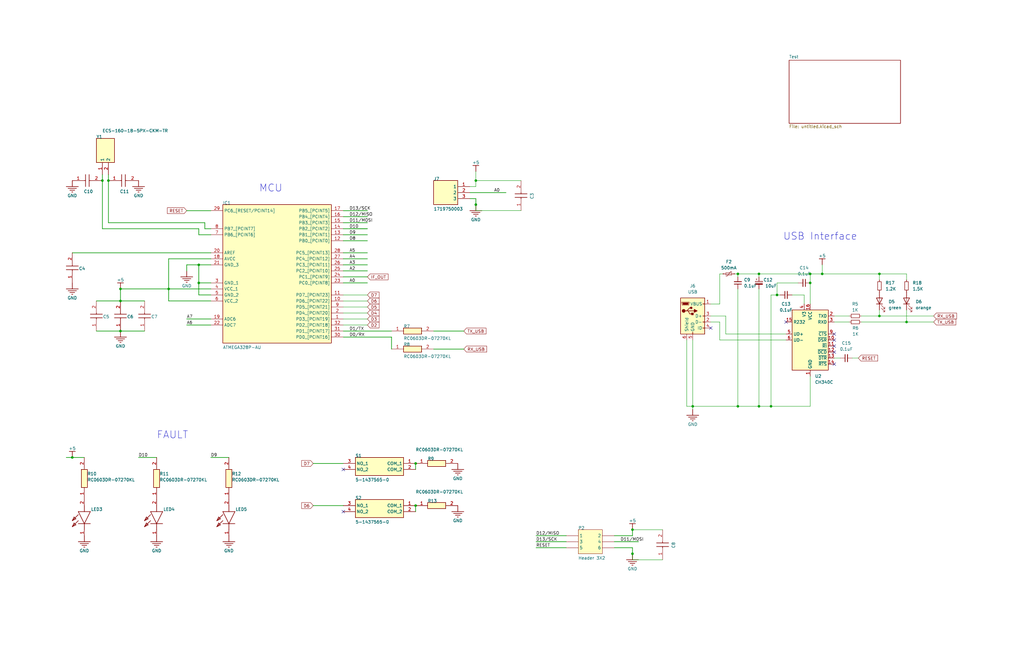
<source format=kicad_sch>
(kicad_sch (version 20211123) (generator eeschema)
  (paper "B")
  (lib_symbols
    (symbol "Connector:USB_B_Micro" (pin_names (offset 1.016))
      (property "Reference" "J" (at -5.08 11.43 0))
      (property "Value" "USB_B_Micro" (at -5.08 8.89 0))
      (symbol "USB_B_Micro_1_1"
        (pin power_out line (at 7.62 5.08 180) (length 2.54) (name "VBUS") (number "1"))
        (pin bidirectional line (at 7.62 -2.54 180) (length 2.54) (name "D-") (number "2"))
        (pin bidirectional line (at 7.62 0 180) (length 2.54) (name "D+") (number "3"))
        (pin passive line (at 7.62 -5.08 180) (length 2.54) (name "ID") (number "4"))
        (pin power_out line (at 0 -10.16 90) (length 2.54) (name "GND") (number "5"))
        (pin passive line (at -2.54 -10.16 90) (length 2.54) (name "Shield") (number "6"))
      )
    )
    (symbol "Device:C_Polarized_Small" (pin_numbers hide) (pin_names (offset 0.254) hide)
      (property "Reference" "C" (at 0.254 1.778 0))
      (property "Value" "C_Polarized_Small" (at 0.254 -2.032 0))
      (symbol "C_Polarized_Small_1_1"
        (pin passive line (at 0 2.54 270) (length 1.8542) (name "~") (number "1"))
        (pin passive line (at 0 -2.54 90) (length 1.8542) (name "~") (number "2"))
      )
    )
    (symbol "Device:C_Small" (pin_numbers hide) (pin_names (offset 0.254) hide)
      (property "Reference" "C" (at 0.254 1.778 0))
      (property "Value" "C_Small" (at 0.254 -2.032 0))
      (symbol "C_Small_1_1"
        (pin passive line (at 0 2.54 270) (length 2.032) (name "~") (number "1"))
        (pin passive line (at 0 -2.54 90) (length 2.032) (name "~") (number "2"))
      )
    )
    (symbol "Device:LED" (pin_numbers hide) (pin_names (offset 1.016) hide)
      (property "Reference" "D" (at 0 2.54 0))
      (property "Value" "LED" (at 0 -2.54 0))
      (symbol "LED_1_1"
        (pin passive line (at -3.81 0 0) (length 2.54) (name "K") (number "1"))
        (pin passive line (at 3.81 0 180) (length 2.54) (name "A") (number "2"))
      )
    )
    (symbol "Device:Polyfuse_Small" (pin_numbers hide) (pin_names (offset 0))
      (property "Reference" "F" (at -1.905 0 90))
      (property "Value" "Polyfuse_Small" (at 1.905 0 90))
      (symbol "Polyfuse_Small_1_1"
        (pin passive line (at 0 2.54 270) (length 0.635) (name "~") (number "1"))
        (pin passive line (at 0 -2.54 90) (length 0.635) (name "~") (number "2"))
      )
    )
    (symbol "Device:R_Small" (pin_numbers hide) (pin_names (offset 0.254) hide)
      (property "Reference" "R" (at 0.762 0.508 0))
      (property "Value" "R_Small" (at 0.762 -1.016 0))
      (symbol "R_Small_1_1"
        (pin passive line (at 0 2.54 270) (length 0.762) (name "~") (number "1"))
        (pin passive line (at 0 -2.54 90) (length 0.762) (name "~") (number "2"))
      )
    )
    (symbol "Interface_USB:CH340C"
      (property "Reference" "U" (at -5.08 13.97 0))
      (property "Value" "CH340C" (at 1.27 13.97 0))
      (symbol "CH340C_1_1"
        (pin power_in line (at 0 -15.24 90) (length 2.54) (name "GND") (number "1"))
        (pin input line (at 10.16 0 180) (length 2.54) (name "~{DSR}") (number "10"))
        (pin input line (at 10.16 -2.54 180) (length 2.54) (name "~{RI}") (number "11"))
        (pin input line (at 10.16 -5.08 180) (length 2.54) (name "~{DCD}") (number "12"))
        (pin output line (at 10.16 -7.62 180) (length 2.54) (name "~{DTR}") (number "13"))
        (pin output line (at 10.16 -10.16 180) (length 2.54) (name "~{RTS}") (number "14"))
        (pin input line (at -10.16 7.62 0) (length 2.54) (name "R232") (number "15"))
        (pin power_in line (at 0 15.24 270) (length 2.54) (name "VCC") (number "16"))
        (pin output line (at 10.16 10.16 180) (length 2.54) (name "TXD") (number "2"))
        (pin input line (at 10.16 7.62 180) (length 2.54) (name "RXD") (number "3"))
        (pin passive line (at -2.54 15.24 270) (length 2.54) (name "V3") (number "4"))
        (pin bidirectional line (at -10.16 2.54 0) (length 2.54) (name "UD+") (number "5"))
        (pin bidirectional line (at -10.16 0 0) (length 2.54) (name "UD-") (number "6"))
        (pin no_connect line (at -7.62 -7.62 0) (length 2.54) hide (name "NC") (number "7"))
        (pin no_connect line (at -7.62 -10.16 0) (length 2.54) hide (name "NC") (number "8"))
        (pin input line (at 10.16 2.54 180) (length 2.54) (name "~{CTS}") (number "9"))
      )
    )
    (symbol "SafetyPCB-altium-import:+5" (power)
      (property "Reference" "#PWR" (at 0 0 0))
      (property "Value" "+5" (at 0 3.81 0))
      (symbol "+5_0_0"
        (pin power_in line (at 0 0 0) (length 0) hide (name "+5") (number ""))
      )
    )
    (symbol "SafetyPCB-altium-import:0_06035A200KAT2A"
      (property "Value" "0_06035A200KAT2A" (at 0 0 0))
      (symbol "0_06035A200KAT2A_1_0"
        (pin passive line (at 0 0 0) (length 5.08) (name "1") (number "1"))
        (pin passive line (at 12.7 0 180) (length 5.08) (name "2") (number "2"))
      )
    )
    (symbol "SafetyPCB-altium-import:0_5-1437565-0"
      (property "Value" "0_5-1437565-0" (at 0 0 0))
      (symbol "0_5-1437565-0_1_0"
        (pin passive line (at 30.48 0 180) (length 5.08) (name "COM_1") (number "1"))
        (pin passive line (at 30.48 -2.54 180) (length 5.08) (name "COM_2") (number "2"))
        (pin passive line (at 0 0 0) (length 5.08) (name "NO_1") (number "3"))
        (pin passive line (at 0 -2.54 0) (length 5.08) (name "NO_2") (number "4"))
      )
    )
    (symbol "SafetyPCB-altium-import:0_ATMEGA328P-AU"
      (property "Value" "0_ATMEGA328P-AU" (at 0 0 0))
      (symbol "0_ATMEGA328P-AU_1_0"
        (pin bidirectional line (at 58.42 -20.32 180) (length 5.08) (name "PD3_[PCINT19]") (number "1"))
        (pin bidirectional line (at 58.42 -12.7 180) (length 5.08) (name "PD6_[PCINT22]") (number "10"))
        (pin bidirectional line (at 58.42 -10.16 180) (length 5.08) (name "PD7_[PCINT23]") (number "11"))
        (pin bidirectional line (at 58.42 12.7 180) (length 5.08) (name "PB0_[PCINT0]") (number "12"))
        (pin bidirectional line (at 58.42 15.24 180) (length 5.08) (name "PB1_[PCINT1]") (number "13"))
        (pin bidirectional line (at 58.42 17.78 180) (length 5.08) (name "PB2_[PCINT2]") (number "14"))
        (pin bidirectional line (at 58.42 20.32 180) (length 5.08) (name "PB3_[PCINT3]") (number "15"))
        (pin bidirectional line (at 58.42 22.86 180) (length 5.08) (name "PB4_[PCINT4]") (number "16"))
        (pin bidirectional line (at 58.42 25.4 180) (length 5.08) (name "PB5_[PCINT5]") (number "17"))
        (pin power_in line (at 2.54 5.08 0) (length 5.08) (name "AVCC") (number "18"))
        (pin bidirectional line (at 2.54 -20.32 0) (length 5.08) (name "ADC6") (number "19"))
        (pin bidirectional line (at 58.42 -17.78 180) (length 5.08) (name "PD4_[PCINT20]") (number "2"))
        (pin bidirectional line (at 2.54 7.62 0) (length 5.08) (name "AREF") (number "20"))
        (pin power_in line (at 2.54 2.54 0) (length 5.08) (name "GND_3") (number "21"))
        (pin bidirectional line (at 2.54 -22.86 0) (length 5.08) (name "ADC7") (number "22"))
        (pin bidirectional line (at 58.42 -5.08 180) (length 5.08) (name "PC0_[PCINT8]") (number "23"))
        (pin bidirectional line (at 58.42 -2.54 180) (length 5.08) (name "PC1_[PCINT9]") (number "24"))
        (pin bidirectional line (at 58.42 0 180) (length 5.08) (name "PC2_[PCINT10]") (number "25"))
        (pin bidirectional line (at 58.42 2.54 180) (length 5.08) (name "PC3_[PCINT11]") (number "26"))
        (pin bidirectional line (at 58.42 5.08 180) (length 5.08) (name "PC4_[PCINT12]") (number "27"))
        (pin bidirectional line (at 58.42 7.62 180) (length 5.08) (name "PC5_[PCINT13]") (number "28"))
        (pin bidirectional line (at 2.54 25.4 0) (length 5.08) (name "PC6_[RESET/PCINT14]") (number "29"))
        (pin power_in line (at 2.54 -5.08 0) (length 5.08) (name "GND_1") (number "3"))
        (pin bidirectional line (at 58.42 -27.94 180) (length 5.08) (name "PD0_[PCINT16]") (number "30"))
        (pin bidirectional line (at 58.42 -25.4 180) (length 5.08) (name "PD1_[PCINT17]") (number "31"))
        (pin bidirectional line (at 58.42 -22.86 180) (length 5.08) (name "PD2_[PCINT18]") (number "32"))
        (pin power_in line (at 2.54 -7.62 0) (length 5.08) (name "VCC_1") (number "4"))
        (pin power_in line (at 2.54 -10.16 0) (length 5.08) (name "GND_2") (number "5"))
        (pin power_in line (at 2.54 -12.7 0) (length 5.08) (name "VCC_2") (number "6"))
        (pin bidirectional line (at 2.54 15.24 0) (length 5.08) (name "PB6_[PCINT6]") (number "7"))
        (pin bidirectional line (at 2.54 17.78 0) (length 5.08) (name "PB7_[PCINT7]") (number "8"))
        (pin bidirectional line (at 58.42 -15.24 180) (length 5.08) (name "PD5_[PCINT21]") (number "9"))
      )
    )
    (symbol "SafetyPCB-altium-import:0_Header 3X2"
      (property "Value" "0_Header 3X2" (at 0 0 0))
      (symbol "0_Header 3X2_1_0"
        (pin passive line (at -5.08 -2.54 0) (length 5.08) (name "1") (number "1"))
        (pin passive line (at 15.24 -2.54 180) (length 5.08) (name "2") (number "2"))
        (pin passive line (at -5.08 -5.08 0) (length 5.08) (name "3") (number "3"))
        (pin passive line (at 15.24 -5.08 180) (length 5.08) (name "4") (number "4"))
        (pin passive line (at -5.08 -7.62 0) (length 5.08) (name "5") (number "5"))
        (pin passive line (at 15.24 -7.62 180) (length 5.08) (name "6") (number "6"))
      )
    )
    (symbol "SafetyPCB-altium-import:0_RC0603DR-07270KL"
      (property "Value" "0_RC0603DR-07270KL" (at 0 0 0))
      (symbol "0_RC0603DR-07270KL_1_0"
        (pin passive line (at 0 0 0) (length 5.08) (name "1") (number "1"))
        (pin passive line (at 17.78 0 180) (length 5.08) (name "2") (number "2"))
      )
    )
    (symbol "SafetyPCB-altium-import:1_C0603C104K3RACTU"
      (property "Value" "1_C0603C104K3RACTU" (at 0 0 0))
      (symbol "1_C0603C104K3RACTU_1_0"
        (pin passive line (at 0 0 90) (length 5.08) (name "1") (number "1"))
        (pin passive line (at 0 12.7 270) (length 5.08) (name "2") (number "2"))
      )
    )
    (symbol "SafetyPCB-altium-import:1_ECS-160-18-5PX-CKM-TR"
      (property "Value" "1_ECS-160-18-5PX-CKM-TR" (at 0 0 0))
      (symbol "1_ECS-160-18-5PX-CKM-TR_1_0"
        (pin passive line (at 0 0 90) (length 5.08) (name "1") (number "1"))
        (pin passive line (at 2.54 0 90) (length 5.08) (name "2") (number "2"))
      )
    )
    (symbol "SafetyPCB-altium-import:1_LTST-C191TBKT-5A"
      (property "Value" "1_LTST-C191TBKT-5A" (at 0 0 0))
      (symbol "1_LTST-C191TBKT-5A_1_0"
        (pin passive line (at 0 0 90) (length 2.54) (name "K") (number "1"))
        (pin passive line (at 0 15.24 270) (length 2.54) (name "A") (number "2"))
      )
    )
    (symbol "SafetyPCB-altium-import:1_RC0603DR-07270KL"
      (property "Value" "1_RC0603DR-07270KL" (at 0 0 0))
      (symbol "1_RC0603DR-07270KL_1_0"
        (pin passive line (at 0 0 90) (length 5.08) (name "1") (number "1"))
        (pin passive line (at 0 17.78 270) (length 5.08) (name "2") (number "2"))
      )
    )
    (symbol "SafetyPCB-altium-import:2_1719750003"
      (property "Value" "2_1719750003" (at 0 0 0))
      (symbol "2_1719750003_1_0"
        (pin passive line (at 0 5.08 180) (length 5.08) (name "1") (number "1"))
        (pin passive line (at 0 2.54 180) (length 5.08) (name "2") (number "2"))
        (pin passive line (at 0 0 180) (length 5.08) (name "3") (number "3"))
      )
    )
    (symbol "SafetyPCB-altium-import:GND" (power)
      (property "Reference" "#PWR" (at 0 0 0))
      (property "Value" "GND" (at 0 6.35 0))
      (symbol "GND_0_0"
        (pin power_in line (at 0 0 0) (length 0) hide (name "GND") (number ""))
      )
    )
  )
  (junction (at 50.8 139.7))
  (junction (at 71.12 121.92))
  (junction (at 327.66 124.46))
  (junction (at 341.63 115.57))
  (junction (at 320.04 171.45))
  (junction (at 266.7 233.68))
  (junction (at 83.82 119.38))
  (junction (at 200.66 76.2))
  (junction (at 311.15 115.57))
  (junction (at 50.8 127))
  (junction (at 346.71 115.57))
  (junction (at 50.8 121.92))
  (junction (at 370.84 133.35))
  (junction (at 43.18 76.2))
  (junction (at 266.7 223.52))
  (junction (at 175.26 195.58))
  (junction (at 45.72 76.2))
  (junction (at 30.48 193.04))
  (junction (at 325.12 171.45))
  (junction (at 83.82 111.76))
  (junction (at 292.1 171.45))
  (junction (at 175.26 213.36))
  (junction (at 200.66 86.36))
  (junction (at 320.04 115.57))
  (junction (at 341.63 119.38))
  (junction (at 370.84 115.57))
  (junction (at 311.15 171.45))
  (junction (at 382.27 135.89))
  (no_connect (at 351.79 143.51))
  (no_connect (at 351.79 146.05))
  (no_connect (at 351.79 153.67))
  (no_connect (at 351.79 140.97))
  (no_connect (at 144.78 198.12))
  (no_connect (at 144.78 215.9))
  (no_connect (at 299.72 138.43))
  (no_connect (at 351.79 148.59))
  (no_connect (at 331.47 135.89))
  (wire (pts (xy 382.27 135.89) (xy 363.22 135.89)))
  (wire (pts (xy 279.4 236.22) (xy 266.7 236.22)))
  (wire (pts (xy 320.04 171.45) (xy 325.12 171.45)))
  (wire (pts (xy 78.74 111.76) (xy 78.74 114.3)) (stroke (width 0.254)))
  (wire (pts (xy 144.78 134.62) (xy 154.94 134.62)))
  (wire (pts (xy 43.18 76.2) (xy 43.18 73.66)) (stroke (width 0.254)))
  (wire (pts (xy 200.66 72.39) (xy 200.66 76.2)))
  (wire (pts (xy 370.84 115.57) (xy 370.84 118.11)))
  (wire (pts (xy 83.82 96.52) (xy 83.82 99.06)) (stroke (width 0.254)))
  (wire (pts (xy 50.8 139.7) (xy 60.96 139.7)) (stroke (width 0.254)))
  (wire (pts (xy 182.88 147.32) (xy 195.58 147.32)) (stroke (width 0.254)))
  (wire (pts (xy 259.08 231.14) (xy 266.7 231.14)) (stroke (width 0.254)))
  (wire (pts (xy 30.48 193.04) (xy 27.94 193.04)) (stroke (width 0.254)))
  (wire (pts (xy 88.9 109.22) (xy 71.12 109.22)) (stroke (width 0.254)))
  (wire (pts (xy 144.78 124.46) (xy 154.94 124.46)))
  (wire (pts (xy 303.53 143.51) (xy 303.53 135.89)))
  (wire (pts (xy 311.15 115.57) (xy 311.15 116.84)))
  (wire (pts (xy 144.78 213.36) (xy 132.08 213.36)) (stroke (width 0.254)))
  (wire (pts (xy 306.07 133.35) (xy 299.72 133.35)))
  (wire (pts (xy 144.78 91.44) (xy 154.94 91.44)) (stroke (width 0.254)))
  (wire (pts (xy 320.04 121.92) (xy 320.04 171.45)))
  (wire (pts (xy 50.8 127) (xy 60.96 127)) (stroke (width 0.254)))
  (wire (pts (xy 266.7 231.14) (xy 266.7 233.68)) (stroke (width 0.254)))
  (wire (pts (xy 88.9 88.9) (xy 78.74 88.9)) (stroke (width 0.254)))
  (wire (pts (xy 200.66 76.2) (xy 200.66 78.74)))
  (wire (pts (xy 259.08 228.6) (xy 269.24 228.6)) (stroke (width 0.254)))
  (wire (pts (xy 144.78 116.84) (xy 154.94 116.84)) (stroke (width 0.254)))
  (wire (pts (xy 50.8 121.92) (xy 50.8 127)) (stroke (width 0.254)))
  (wire (pts (xy 370.84 133.35) (xy 393.7 133.35)))
  (wire (pts (xy 45.72 76.2) (xy 45.72 93.98)) (stroke (width 0.254)))
  (wire (pts (xy 306.07 140.97) (xy 306.07 133.35)))
  (wire (pts (xy 88.9 127) (xy 71.12 127)) (stroke (width 0.254)))
  (wire (pts (xy 341.63 158.75) (xy 341.63 171.45)))
  (wire (pts (xy 370.84 130.81) (xy 370.84 133.35)))
  (wire (pts (xy 303.53 115.57) (xy 303.53 128.27)))
  (wire (pts (xy 83.82 99.06) (xy 88.9 99.06)) (stroke (width 0.254)))
  (wire (pts (xy 331.47 143.51) (xy 303.53 143.51)))
  (wire (pts (xy 144.78 99.06) (xy 154.94 99.06)) (stroke (width 0.254)))
  (wire (pts (xy 96.52 193.04) (xy 88.9 193.04)) (stroke (width 0.254)))
  (wire (pts (xy 198.12 83.82) (xy 200.66 83.82)) (stroke (width 0.254)))
  (wire (pts (xy 71.12 109.22) (xy 71.12 121.92)) (stroke (width 0.254)))
  (wire (pts (xy 238.76 226.06) (xy 226.06 226.06)) (stroke (width 0.254)))
  (wire (pts (xy 88.9 134.62) (xy 78.74 134.62)) (stroke (width 0.254)))
  (wire (pts (xy 144.78 114.3) (xy 154.94 114.3)) (stroke (width 0.254)))
  (wire (pts (xy 336.55 119.38) (xy 327.66 119.38)))
  (wire (pts (xy 40.64 127) (xy 50.8 127)) (stroke (width 0.254)))
  (wire (pts (xy 320.04 115.57) (xy 341.63 115.57)))
  (wire (pts (xy 359.41 151.13) (xy 361.95 151.13)))
  (wire (pts (xy 88.9 124.46) (xy 83.82 124.46)) (stroke (width 0.254)))
  (wire (pts (xy 339.09 124.46) (xy 339.09 128.27)))
  (wire (pts (xy 259.08 226.06) (xy 266.7 226.06)) (stroke (width 0.254)))
  (wire (pts (xy 86.36 93.98) (xy 86.36 96.52)) (stroke (width 0.254)))
  (wire (pts (xy 303.53 115.57) (xy 304.8 115.57)))
  (wire (pts (xy 292.1 171.45) (xy 311.15 171.45)))
  (wire (pts (xy 147.32 96.52) (xy 154.94 96.52)))
  (wire (pts (xy 88.9 106.68) (xy 30.48 106.68)) (stroke (width 0.254)))
  (wire (pts (xy 71.12 127) (xy 71.12 121.92)) (stroke (width 0.254)))
  (wire (pts (xy 144.78 93.98) (xy 154.94 93.98)) (stroke (width 0.254)))
  (wire (pts (xy 144.78 139.7) (xy 165.1 139.7)) (stroke (width 0.254)))
  (wire (pts (xy 341.63 115.57) (xy 346.71 115.57)))
  (wire (pts (xy 198.12 81.28) (xy 213.36 81.28)) (stroke (width 0.254)))
  (wire (pts (xy 327.66 119.38) (xy 327.66 124.46)))
  (wire (pts (xy 219.71 88.9) (xy 200.66 88.9)))
  (wire (pts (xy 83.82 119.38) (xy 88.9 119.38)) (stroke (width 0.254)))
  (wire (pts (xy 351.79 133.35) (xy 358.14 133.35)))
  (wire (pts (xy 289.56 143.51) (xy 289.56 171.45)))
  (wire (pts (xy 144.78 137.16) (xy 154.94 137.16)))
  (wire (pts (xy 303.53 135.89) (xy 299.72 135.89)))
  (wire (pts (xy 299.72 128.27) (xy 303.53 128.27)))
  (wire (pts (xy 325.12 124.46) (xy 325.12 171.45)))
  (wire (pts (xy 144.78 127) (xy 154.94 127)))
  (wire (pts (xy 363.22 133.35) (xy 370.84 133.35)))
  (wire (pts (xy 144.78 111.76) (xy 154.94 111.76)) (stroke (width 0.254)))
  (wire (pts (xy 331.47 140.97) (xy 306.07 140.97)))
  (wire (pts (xy 43.18 76.2) (xy 43.18 96.52)) (stroke (width 0.254)))
  (wire (pts (xy 144.78 101.6) (xy 154.94 101.6)) (stroke (width 0.254)))
  (wire (pts (xy 35.56 193.04) (xy 30.48 193.04)) (stroke (width 0.254)))
  (wire (pts (xy 88.9 121.92) (xy 71.12 121.92)) (stroke (width 0.254)))
  (wire (pts (xy 45.72 93.98) (xy 86.36 93.98)) (stroke (width 0.254)))
  (wire (pts (xy 144.78 129.54) (xy 154.94 129.54)))
  (wire (pts (xy 43.18 96.52) (xy 83.82 96.52)) (stroke (width 0.254)))
  (wire (pts (xy 83.82 124.46) (xy 83.82 119.38)) (stroke (width 0.254)))
  (wire (pts (xy 266.7 236.22) (xy 266.7 233.68)))
  (wire (pts (xy 175.26 198.12) (xy 175.26 195.58)) (stroke (width 0.254)))
  (wire (pts (xy 45.72 76.2) (xy 45.72 73.66)) (stroke (width 0.254)))
  (wire (pts (xy 327.66 124.46) (xy 325.12 124.46)))
  (wire (pts (xy 311.15 115.57) (xy 320.04 115.57)))
  (wire (pts (xy 40.64 139.7) (xy 50.8 139.7)) (stroke (width 0.254)))
  (wire (pts (xy 200.66 88.9) (xy 200.66 86.36)))
  (wire (pts (xy 346.71 115.57) (xy 370.84 115.57)))
  (wire (pts (xy 370.84 115.57) (xy 382.27 115.57)))
  (wire (pts (xy 382.27 135.89) (xy 393.7 135.89)))
  (wire (pts (xy 71.12 121.92) (xy 50.8 121.92)) (stroke (width 0.254)))
  (wire (pts (xy 144.78 96.52) (xy 154.94 96.52)) (stroke (width 0.254)))
  (wire (pts (xy 66.04 193.04) (xy 58.42 193.04)) (stroke (width 0.254)))
  (wire (pts (xy 346.71 111.76) (xy 346.71 115.57)))
  (wire (pts (xy 83.82 111.76) (xy 78.74 111.76)) (stroke (width 0.254)))
  (wire (pts (xy 292.1 171.45) (xy 292.1 172.72)))
  (wire (pts (xy 320.04 115.57) (xy 320.04 116.84)))
  (wire (pts (xy 144.78 106.68) (xy 154.94 106.68)) (stroke (width 0.254)))
  (wire (pts (xy 154.94 88.9) (xy 144.78 88.9)) (stroke (width 0.254)))
  (wire (pts (xy 83.82 111.76) (xy 83.82 119.38)) (stroke (width 0.254)))
  (wire (pts (xy 198.12 78.74) (xy 200.66 78.74)))
  (wire (pts (xy 328.93 124.46) (xy 327.66 124.46)))
  (wire (pts (xy 175.26 215.9) (xy 175.26 213.36)) (stroke (width 0.254)))
  (wire (pts (xy 311.15 121.92) (xy 311.15 171.45)))
  (wire (pts (xy 144.78 132.08) (xy 154.94 132.08)))
  (wire (pts (xy 144.78 109.22) (xy 154.94 109.22)) (stroke (width 0.254)))
  (wire (pts (xy 88.9 137.16) (xy 78.74 137.16)) (stroke (width 0.254)))
  (wire (pts (xy 351.79 135.89) (xy 358.14 135.89)))
  (wire (pts (xy 351.79 151.13) (xy 354.33 151.13)))
  (wire (pts (xy 86.36 96.52) (xy 88.9 96.52)) (stroke (width 0.254)))
  (wire (pts (xy 325.12 171.45) (xy 341.63 171.45)))
  (wire (pts (xy 88.9 111.76) (xy 83.82 111.76)) (stroke (width 0.254)))
  (wire (pts (xy 266.7 223.52) (xy 266.7 226.06)) (stroke (width 0.254)))
  (wire (pts (xy 238.76 231.14) (xy 226.06 231.14)) (stroke (width 0.254)))
  (wire (pts (xy 144.78 195.58) (xy 132.08 195.58)) (stroke (width 0.254)))
  (wire (pts (xy 341.63 119.38) (xy 341.63 128.27)))
  (wire (pts (xy 165.1 142.24) (xy 165.1 147.32)) (stroke (width 0.254)))
  (wire (pts (xy 238.76 228.6) (xy 226.06 228.6)) (stroke (width 0.254)))
  (wire (pts (xy 309.88 115.57) (xy 311.15 115.57)))
  (wire (pts (xy 289.56 171.45) (xy 292.1 171.45)))
  (wire (pts (xy 266.7 223.52) (xy 279.4 223.52)))
  (wire (pts (xy 341.63 115.57) (xy 341.63 119.38)))
  (wire (pts (xy 144.78 142.24) (xy 165.1 142.24)) (stroke (width 0.254)))
  (wire (pts (xy 219.71 76.2) (xy 200.66 76.2)))
  (wire (pts (xy 144.78 119.38) (xy 154.94 119.38)) (stroke (width 0.254)))
  (wire (pts (xy 382.27 115.57) (xy 382.27 118.11)))
  (wire (pts (xy 382.27 130.81) (xy 382.27 135.89)))
  (wire (pts (xy 200.66 83.82) (xy 200.66 86.36)) (stroke (width 0.254)))
  (wire (pts (xy 311.15 171.45) (xy 320.04 171.45)))
  (wire (pts (xy 334.01 124.46) (xy 339.09 124.46)))
  (wire (pts (xy 292.1 143.51) (xy 292.1 171.45)))
  (wire (pts (xy 182.88 139.7) (xy 195.58 139.7)) (stroke (width 0.254)))
  (text "USB Interface" (at 330.2 101.6 0) (effects (font (size 3 3)) (justify left bottom)))
  (text "FAULT" (at 66.04 185.42 180) (effects (font (size 3.048 3.048)) (justify left bottom)))
  (text "MCU" (at 109.22 81.28 180) (effects (font (size 3.048 3.048)) (justify left bottom)))
  (label "A7" (at 78.74 134.62 0))
  (label "D10" (at 147.32 96.52 0))
  (label "RESET" (at 226.06 231.14 0))
  (label "D12/MISO" (at 147.32 91.44 0))
  (label "A0" (at 147.32 119.38 0))
  (label "D8" (at 147.32 101.6 0))
  (label "D12/MISO" (at 226.06 226.06 0))
  (label "A0" (at 208.28 81.28 0))
  (label "D9" (at 88.9 193.04 0))
  (label "D1/TX" (at 147.32 139.7 0))
  (label "D9" (at 147.32 99.06 0))
  (label "A5" (at 147.32 106.68 0))
  (label "D0/RX" (at 147.32 142.24 0))
  (label "A4" (at 147.32 109.22 0))
  (label "A2" (at 147.32 114.3 0))
  (label "D13/SCK" (at 226.06 228.6 0))
  (label "D11/MOSI" (at 261.62 228.6 0))
  (label "A3" (at 147.32 111.76 0))
  (label "D13/SCK" (at 147.32 88.9 0))
  (label "A6" (at 78.74 137.16 0))
  (label "D10" (at 58.42 193.04 0))
  (label "D11/MOSI" (at 147.32 93.98 0))
  (global_label "D6" (shape input) (at 132.08 213.36 180) (property "Intersheet References" "${INTERSHEET_REFS}" (effects hide)))
  (global_label "D3" (shape input) (at 154.94 134.62 0) (property "Intersheet References" "${INTERSHEET_REFS}" (effects hide)))
  (global_label "IF_OUT" (shape input) (at 154.94 116.84 0) (property "Intersheet References" "${INTERSHEET_REFS}" (effects hide)))
  (global_label "TX_USB" (shape input) (at 195.58 139.7 0) (property "Intersheet References" "${INTERSHEET_REFS}" (effects hide)))
  (global_label "TX_USB" (shape input) (at 393.7 135.89 0) (property "Intersheet References" "${INTERSHEET_REFS}" (effects hide)))
  (global_label "RX_USB" (shape input) (at 393.7 133.35 0) (property "Intersheet References" "${INTERSHEET_REFS}" (effects hide)))
  (global_label "RX_USB" (shape input) (at 195.58 147.32 0) (property "Intersheet References" "${INTERSHEET_REFS}" (effects hide)))
  (global_label "RESET" (shape input) (at 78.74 88.9 180) (property "Intersheet References" "${INTERSHEET_REFS}" (effects hide)))
  (global_label "D7" (shape input) (at 132.08 195.58 180) (property "Intersheet References" "${INTERSHEET_REFS}" (effects hide)))
  (global_label "D6" (shape input) (at 154.94 127 0) (property "Intersheet References" "${INTERSHEET_REFS}" (effects hide)))
  (global_label "D7" (shape input) (at 154.94 124.46 0) (property "Intersheet References" "${INTERSHEET_REFS}" (effects hide)))
  (global_label "RESET" (shape input) (at 361.95 151.13 0) (property "Intersheet References" "${INTERSHEET_REFS}" (effects hide)))
  (global_label "D4" (shape input) (at 154.94 132.08 0) (property "Intersheet References" "${INTERSHEET_REFS}" (effects hide)))
  (global_label "D2" (shape input) (at 154.94 137.16 0) (property "Intersheet References" "${INTERSHEET_REFS}" (effects hide)))
  (global_label "D5" (shape input) (at 154.94 129.54 0) (property "Intersheet References" "${INTERSHEET_REFS}" (effects hide)))
  (symbol (lib_id "SafetyPCB-altium-import:1_LTST-C191TBKT-5A") (at 96.52 226.06 0) (unit 1)
    (property "Reference" "LED5" (at 99.314 215.646 0) (effects (justify left bottom)))
    (property "Value" "LTST-C191TBKT-5A" (effects hide))
    (property "Footprint" "LED_SMD:LED_0201_0603Metric" (effects hide))
    (property "DATASHEET LINK" "http://www.mouser.com/ds/2/239/S_110_LTST-C191TBKT-5A-336399.pdf" (effects hide))
    (property "HEIGHT" "0.65mm" (effects hide))
    (property "MANUFACTURER_NAME" "Lite-On" (effects hide))
    (property "digikey part number" "LTST-C191TBKT-5A" (effects hide))
    (property "MOUSER PART NUMBER" "859-LTST-C191TBKT-5A" (effects hide))
    (property "MOUSER PRICE/STOCK" "https://www.mouser.co.uk/ProductDetail/Lite-On/LTST-C191TBKT-5A/?qs=xb8aMrBSZRLgwF8AXHEbeQ%3D%3D" (effects hide))
    (property "ARROW PART NUMBER" "LTST-C191TBKT-5A" (effects hide))
    (property "ARROW PRICE/STOCK" "https://www.arrow.com/en/products/ltst-c191tbkt-5a/lite-on-technology" (effects hide))
  )
  (symbol (lib_id "SafetyPCB-altium-import:0_RC0603DR-07270KL") (at 165.1 147.32 0) (unit 1)
    (property "Reference" "R8" (at 170.18 146.05 0) (effects (justify left bottom)))
    (property "Value" "RC0603DR-07270KL" (at 170.18 151.13 0) (effects (justify left bottom)))
    (property "Footprint" "Resistor_SMD:R_0603_1608Metric" (effects hide))
    (property "DATASHEET LINK" "http://www.yageo.com/documents/recent/PYu-RC0603_51_RoHS_L_v5.pdf" (effects hide))
    (property "HEIGHT" "0.55mm" (effects hide))
    (property "MANUFACTURER_NAME" "YAGEO (PHYCOMP)" (effects hide))
    (property "digikey part number" "RC0603DR-07270KL" (effects hide))
    (property "ARROW PART NUMBER" "RC0603DR-07270KL" (effects hide))
    (property "ARROW PRICE/STOCK" "https://www.arrow.com/en/products/rc0603dr-07270kl/yageo" (effects hide))
  )
  (symbol (lib_id "SafetyPCB-altium-import:1_LTST-C191TBKT-5A") (at 35.56 226.06 0) (unit 1)
    (property "Reference" "LED3" (at 38.354 215.646 0) (effects (justify left bottom)))
    (property "Value" "LTST-C191TBKT-5A" (effects hide))
    (property "Footprint" "LED_SMD:LED_0201_0603Metric" (effects hide))
    (property "DATASHEET LINK" "http://www.mouser.com/ds/2/239/S_110_LTST-C191TBKT-5A-336399.pdf" (effects hide))
    (property "HEIGHT" "0.65mm" (effects hide))
    (property "MANUFACTURER_NAME" "Lite-On" (effects hide))
    (property "digikey part number" "LTST-C191TBKT-5A" (effects hide))
    (property "MOUSER PART NUMBER" "859-LTST-C191TBKT-5A" (effects hide))
    (property "MOUSER PRICE/STOCK" "https://www.mouser.co.uk/ProductDetail/Lite-On/LTST-C191TBKT-5A/?qs=xb8aMrBSZRLgwF8AXHEbeQ%3D%3D" (effects hide))
    (property "ARROW PART NUMBER" "LTST-C191TBKT-5A" (effects hide))
    (property "ARROW PRICE/STOCK" "https://www.arrow.com/en/products/ltst-c191tbkt-5a/lite-on-technology" (effects hide))
  )
  (symbol (lib_id "SafetyPCB-altium-import:1_C0603C104K3RACTU") (at 30.48 119.38 0) (unit 1)
    (property "Reference" "C4" (at 33.274 114.046 0) (effects (justify left bottom)))
    (property "Value" "0.1uF" (effects hide))
    (property "Footprint" "Capacitor_SMD:C_0603_1608Metric" (effects hide))
    (property "DATASHEET LINK" "https://content.kemet.com/datasheets/KEM_C1002_X7R_SMD.pdf" (effects hide))
    (property "HEIGHT" "0.95mm" (effects hide))
    (property "MANUFACTURER_NAME" "Kemet" (effects hide))
    (property "digikey part number" "C0603C104K3RACTU" (effects hide))
    (property "MOUSER PART NUMBER" "80-C0603C104K3R" (effects hide))
    (property "MOUSER PRICE/STOCK" "https://www.mouser.co.uk/ProductDetail/KEMET/C0603C104K3RACTU/?qs=l5k%252BbMnNDklvfdneglCDAg%3D%3D" (effects hide))
    (property "ARROW PART NUMBER" "C0603C104K3RACTU" (effects hide))
    (property "ARROW PRICE/STOCK" "https://www.arrow.com/en/products/c0603c104k3ractu/kemet-corporation" (effects hide))
  )
  (symbol (lib_id "Device:Polyfuse_Small") (at 307.34 115.57 90) (unit 1)
    (property "Reference" "F2" (at 307.34 110.49 90))
    (property "Value" "500mA" (at 307.34 113.03 90))
    (property "Footprint" "Fuse:Fuse_1206_3216Metric" (effects hide))
  )
  (symbol (lib_id "Device:C_Small") (at 331.47 124.46 90) (unit 1)
    (property "Reference" "C13" (at 331.47 128.27 90))
    (property "Value" "0.1uF" (at 331.47 130.81 90))
    (property "Footprint" "Capacitor_SMD:C_0603_1608Metric" (effects hide))
  )
  (symbol (lib_id "SafetyPCB-altium-import:GND") (at 193.04 213.36 0) (unit 1)
    (property "Reference" "#PWR0127" (effects hide))
    (property "Value" "GND" (at 193.04 219.71 0))
  )
  (symbol (lib_id "SafetyPCB-altium-import:0_RC0603DR-07270KL") (at 175.26 213.36 0) (unit 1)
    (property "Reference" "R13" (at 180.34 212.09 0) (effects (justify left bottom)))
    (property "Value" "RC0603DR-07270KL" (at 175.26 208.28 0) (effects (justify left bottom)))
    (property "Footprint" "Resistor_SMD:R_0603_1608Metric" (effects hide))
    (property "DATASHEET LINK" "http://www.yageo.com/documents/recent/PYu-RC0603_51_RoHS_L_v5.pdf" (effects hide))
    (property "HEIGHT" "0.55mm" (effects hide))
    (property "MANUFACTURER_NAME" "YAGEO (PHYCOMP)" (effects hide))
    (property "digikey part number" "RC0603DR-07270KL" (effects hide))
    (property "ARROW PART NUMBER" "RC0603DR-07270KL" (effects hide))
    (property "ARROW PRICE/STOCK" "https://www.arrow.com/en/products/rc0603dr-07270kl/yageo" (effects hide))
  )
  (symbol (lib_id "SafetyPCB-altium-import:0_Header 3X2") (at 243.84 223.52 0) (unit 1)
    (property "Reference" "P2" (at 243.84 223.52 0) (effects (justify left bottom)))
    (property "Value" "Header 3X2" (at 243.84 236.22 0) (effects (justify left bottom)))
    (property "Footprint" "Connector_PinHeader_2.54mm:PinHeader_2x03_P2.54mm_Vertical" (effects hide))
    (property "LATESTREVISIONDATE" "17-Jul-2002" (effects hide))
    (property "LATESTREVISIONNOTE" "Re-released for DXP Platform." (effects hide))
    (property "PUBLISHER" "Altium Limited" (effects hide))
  )
  (symbol (lib_id "SafetyPCB-altium-import:0_5-1437565-0") (at 144.78 195.58 0) (unit 1)
    (property "Reference" "S1" (at 149.86 193.04 0) (effects (justify left bottom)))
    (property "Value" "5-1437565-0" (at 149.86 203.2 0) (effects (justify left bottom)))
    (property "Footprint" "5-1437565-0:SW_5-1437565-0" (effects hide))
    (property "DATASHEET LINK" "https://www.te.com/commerce/DocumentDelivery/DDEController?Action=showdoc&DocId=Customer+Drawing%7F2-1437565-7%7FV%7Fpdf%7FEnglish%7FENG_CD_2-1437565-7_V.pdf%7F5-1437565-0" (effects hide))
    (property "HEIGHT" "7.26mm" (effects hide))
    (property "MANUFACTURER_NAME" "TE Connectivity" (effects hide))
    (property "MANUFACTURER_PART_NUMBER" "5-1437565-0" (effects hide))
    (property "MOUSER PART NUMBER" "506-5-1437565-0" (effects hide))
    (property "MOUSER PRICE/STOCK" "https://www.mouser.co.uk/ProductDetail/TE-Connectivity-PB/5-1437565-0?qs=%2FwXgF%2FfIho9mO1nArmyR6A%3D%3D" (effects hide))
  )
  (symbol (lib_id "SafetyPCB-altium-import:0_06035A200KAT2A") (at 279.4 236.22 90) (unit 1)
    (property "Reference" "C8" (at 284.734 231.394 0) (effects (justify left bottom)))
    (property "Value" "0.1uF" (effects hide))
    (property "Footprint" "Capacitor_SMD:C_0603_1608Metric" (effects hide))
    (property "DATASHEET LINK" "https://content.kemet.com/datasheets/KEM_C1002_X7R_SMD.pdf" (effects hide))
    (property "HEIGHT" "0.95mm" (effects hide))
    (property "MANUFACTURER_NAME" "Kemet" (effects hide))
    (property "digikey part number" "399-C0603C104K3RAC7867TR-ND" (effects hide))
    (property "MOUSER PART NUMBER" "80-C0603C104K3R" (effects hide))
    (property "MOUSER PRICE/STOCK" "https://www.mouser.co.uk/ProductDetail/KEMET/C0603C104K3RACTU/?qs=l5k%252BbMnNDklvfdneglCDAg%3D%3D" (effects hide))
    (property "ARROW PART NUMBER" "C0603C104K3RACTU" (effects hide))
    (property "ARROW PRICE/STOCK" "https://www.arrow.com/en/products/c0603c104k3ractu/kemet-corporation" (effects hide))
  )
  (symbol (lib_id "SafetyPCB-altium-import:0_5-1437565-0") (at 144.78 213.36 0) (unit 1)
    (property "Reference" "S2" (at 149.86 210.82 0) (effects (justify left bottom)))
    (property "Value" "5-1437565-0" (at 149.86 220.98 0) (effects (justify left bottom)))
    (property "Footprint" "5-1437565-0:SW_5-1437565-0" (effects hide))
    (property "DATASHEET LINK" "https://www.te.com/commerce/DocumentDelivery/DDEController?Action=showdoc&DocId=Customer+Drawing%7F2-1437565-7%7FV%7Fpdf%7FEnglish%7FENG_CD_2-1437565-7_V.pdf%7F5-1437565-0" (effects hide))
    (property "HEIGHT" "7.26mm" (effects hide))
    (property "MANUFACTURER_NAME" "TE Connectivity" (effects hide))
    (property "MANUFACTURER_PART_NUMBER" "5-1437565-0" (effects hide))
    (property "MOUSER PART NUMBER" "506-5-1437565-0" (effects hide))
    (property "MOUSER PRICE/STOCK" "https://www.mouser.co.uk/ProductDetail/TE-Connectivity-PB/5-1437565-0?qs=%2FwXgF%2FfIho9mO1nArmyR6A%3D%3D" (effects hide))
  )
  (symbol (lib_id "Device:LED") (at 370.84 127 90) (unit 1)
    (property "Reference" "D5" (at 374.65 127.3174 90) (effects (justify right)))
    (property "Value" "green" (at 374.65 129.8574 90) (effects (justify right)))
    (property "Footprint" "LED_SMD:LED_0805_2012Metric" (effects hide))
  )
  (symbol (lib_id "Device:R_Small") (at 360.68 133.35 90) (unit 1)
    (property "Reference" "R5" (at 361.95 128.27 90) (effects (justify left)))
    (property "Value" "1K" (at 361.9499 130.81 90) (effects (justify left)))
    (property "Footprint" "Resistor_SMD:R_0805_2012Metric" (effects hide))
  )
  (symbol (lib_id "Device:R_Small") (at 370.84 120.65 0) (unit 1)
    (property "Reference" "R17" (at 373.38 119.3799 0) (effects (justify left)))
    (property "Value" "1.2K" (at 373.38 121.9199 0) (effects (justify left)))
    (property "Footprint" "Resistor_SMD:R_0805_2012Metric" (effects hide))
  )
  (symbol (lib_id "SafetyPCB-altium-import:1_C0603C104K3RACTU") (at 50.8 139.7 0) (unit 1)
    (property "Reference" "C6" (at 53.594 134.366 0) (effects (justify left bottom)))
    (property "Value" "0.1uF" (effects hide))
    (property "Footprint" "Capacitor_SMD:C_0603_1608Metric" (effects hide))
    (property "DATASHEET LINK" "https://content.kemet.com/datasheets/KEM_C1002_X7R_SMD.pdf" (effects hide))
    (property "HEIGHT" "0.95mm" (effects hide))
    (property "MANUFACTURER_NAME" "Kemet" (effects hide))
    (property "digikey part number" "C0603C104K3RACTU" (effects hide))
    (property "MOUSER PART NUMBER" "80-C0603C104K3R" (effects hide))
    (property "MOUSER PRICE/STOCK" "https://www.mouser.co.uk/ProductDetail/KEMET/C0603C104K3RACTU/?qs=l5k%252BbMnNDklvfdneglCDAg%3D%3D" (effects hide))
    (property "ARROW PART NUMBER" "C0603C104K3RACTU" (effects hide))
    (property "ARROW PRICE/STOCK" "https://www.arrow.com/en/products/c0603c104k3ractu/kemet-corporation" (effects hide))
  )
  (symbol (lib_id "Device:C_Polarized_Small") (at 320.04 119.38 0) (unit 1)
    (property "Reference" "C12" (at 323.85 118.11 0))
    (property "Value" "10uF" (at 325.12 120.65 0))
    (property "Footprint" "Capacitor_SMD:C_1206_3216Metric" (effects hide))
  )
  (symbol (lib_id "SafetyPCB-altium-import:1_RC0603DR-07270KL") (at 96.52 210.82 0) (unit 1)
    (property "Reference" "R12" (at 97.79 200.66 0) (effects (justify left bottom)))
    (property "Value" "RC0603DR-07270KL" (at 97.79 203.2 0) (effects (justify left bottom)))
    (property "Footprint" "Resistor_SMD:R_0603_1608Metric" (effects hide))
    (property "DATASHEET LINK" "http://www.yageo.com/documents/recent/PYu-RC0603_51_RoHS_L_v5.pdf" (effects hide))
    (property "HEIGHT" "0.55mm" (effects hide))
    (property "MANUFACTURER_NAME" "YAGEO (PHYCOMP)" (effects hide))
    (property "MANUFACTURER_PART_NUMBER" "RC0603DR-07270KL" (effects hide))
    (property "digikey part number" "RC0603DR-07270KL-ND" (effects hide))
    (property "ARROW PART NUMBER" "RC0603DR-07270KL" (effects hide))
    (property "ARROW PRICE/STOCK" "https://www.arrow.com/en/products/rc0603dr-07270kl/yageo" (effects hide))
  )
  (symbol (lib_id "SafetyPCB-altium-import:0_RC0603DR-07270KL") (at 165.1 139.7 0) (unit 1)
    (property "Reference" "R7" (at 170.18 138.43 0) (effects (justify left bottom)))
    (property "Value" "RC0603DR-07270KL" (at 170.18 143.51 0) (effects (justify left bottom)))
    (property "Footprint" "Resistor_SMD:R_0603_1608Metric" (effects hide))
    (property "DATASHEET LINK" "http://www.yageo.com/documents/recent/PYu-RC0603_51_RoHS_L_v5.pdf" (effects hide))
    (property "HEIGHT" "0.55mm" (effects hide))
    (property "MANUFACTURER_NAME" "YAGEO (PHYCOMP)" (effects hide))
    (property "digikey part number" "RC0603DR-07270KL" (effects hide))
    (property "ARROW PART NUMBER" "RC0603DR-07270KL" (effects hide))
    (property "ARROW PRICE/STOCK" "https://www.arrow.com/en/products/rc0603dr-07270kl/yageo" (effects hide))
  )
  (symbol (lib_id "SafetyPCB-altium-import:GND") (at 78.74 114.3 0) (unit 1)
    (property "Reference" "#PWR0120" (effects hide))
    (property "Value" "GND" (at 78.74 120.65 0))
  )
  (symbol (lib_id "SafetyPCB-altium-import:1_ECS-160-18-5PX-CKM-TR") (at 43.18 73.66 0) (unit 1)
    (property "Reference" "Y1" (at 40.64 58.42 0) (effects (justify left bottom)))
    (property "Value" "ECS-160-18-5PX-CKM-TR" (at 43.18 55.88 0) (effects (justify left bottom)))
    (property "Footprint" "ECS-160-18-5PX-CKM-TR:XTAL_ECS-160-18-5PX-CKM-TR" (effects hide))
    (property "DATASHEET LINK" "https://ecsxtal.com/store/pdf/csm-7x.pdf" (effects hide))
    (property "HEIGHT" "4.3mm" (effects hide))
    (property "digikey part number" "50-ECS-160-18-5PX-CKM-TR-ND" (effects hide))
    (property "MOUSER2 PRICE/STOCK" "50-ECS-160-18-5PX-CKM-TR-ND - Tape & Reel (TR)" (effects hide))
    (property "MANUFACTURER_NAME" "ECS" (effects hide))
    (property "MANUFACTURER_PART_NUMBER" "ECS-160-18-5PX-CKM-TR" (effects hide))
  )
  (symbol (lib_id "SafetyPCB-altium-import:GND") (at 292.1 172.72 0) (unit 1)
    (property "Reference" "#PWR03" (effects hide))
    (property "Value" "GND" (at 292.1 179.07 0))
  )
  (symbol (lib_id "SafetyPCB-altium-import:GND") (at 200.66 86.36 0) (unit 1)
    (property "Reference" "#PWR0142" (effects hide))
    (property "Value" "GND" (at 200.66 92.71 0))
  )
  (symbol (lib_id "Device:R_Small") (at 360.68 135.89 270) (unit 1)
    (property "Reference" "R6" (at 359.41 138.43 90) (effects (justify left)))
    (property "Value" "1K" (at 359.41 140.97 90) (effects (justify left)))
    (property "Footprint" "Resistor_SMD:R_0805_2012Metric" (effects hide))
  )
  (symbol (lib_id "Device:R_Small") (at 382.27 120.65 0) (unit 1)
    (property "Reference" "R18" (at 384.81 119.3799 0) (effects (justify left)))
    (property "Value" "1.5K" (at 384.81 121.9199 0) (effects (justify left)))
    (property "Footprint" "Resistor_SMD:R_0805_2012Metric" (effects hide))
  )
  (symbol (lib_id "SafetyPCB-altium-import:0_ATMEGA328P-AU") (at 86.36 114.3 0) (unit 1)
    (property "Reference" "IC1" (at 93.98 86.36 0) (effects (justify left bottom)))
    (property "Value" "ATMEGA328P-AU" (at 93.98 147.32 0) (effects (justify left bottom)))
    (property "Footprint" "ATMEGA328P-AU:QFP80P900X900X120-32N" (effects hide))
    (property "DATASHEET LINK" "https://componentsearchengine.com/Datasheets/2/ATMEGA328P-AU.pdf" (effects hide))
    (property "HEIGHT" "1.2mm" (effects hide))
    (property "MANUFACTURER_NAME" "Microchip" (effects hide))
    (property "MANUFACTURER_PART_NUMBER" "ATMEGA328P-AU" (effects hide))
    (property "MOUSER PART NUMBER" "556-ATMEGA328P-AU" (effects hide))
    (property "MOUSER PRICE/STOCK" "https://www.mouser.co.uk/ProductDetail/Microchip-Technology-Atmel/ATMEGA328P-AU?qs=K8BHR703ZXiCmmgp6%2FGNmQ%3D%3D" (effects hide))
    (property "ARROW PART NUMBER" "ATMEGA328P-AU" (effects hide))
    (property "ARROW PRICE/STOCK" "https://www.arrow.com/en/products/atmega328p-au/microchip-technology" (effects hide))
  )
  (symbol (lib_id "Device:C_Small") (at 356.87 151.13 90) (unit 1)
    (property "Reference" "C15" (at 356.8763 144.78 90))
    (property "Value" "0.1uF" (at 356.8763 147.32 90))
    (property "Footprint" "Capacitor_SMD:C_0603_1608Metric" (effects hide))
  )
  (symbol (lib_id "SafetyPCB-altium-import:0_06035A200KAT2A") (at 219.71 88.9 90) (unit 1)
    (property "Reference" "C3" (at 225.044 84.074 0) (effects (justify left bottom)))
    (property "Value" "0.1uF" (effects hide))
    (property "Footprint" "Capacitor_SMD:C_0603_1608Metric" (effects hide))
    (property "DATASHEET LINK" "https://content.kemet.com/datasheets/KEM_C1002_X7R_SMD.pdf" (effects hide))
    (property "HEIGHT" "0.95mm" (effects hide))
    (property "MANUFACTURER_NAME" "Kemet" (effects hide))
    (property "digikey part number" "399-C0603C104K3RAC7867TR-ND" (effects hide))
    (property "MOUSER PART NUMBER" "80-C0603C104K3R" (effects hide))
    (property "MOUSER PRICE/STOCK" "https://www.mouser.co.uk/ProductDetail/KEMET/C0603C104K3RACTU/?qs=l5k%252BbMnNDklvfdneglCDAg%3D%3D" (effects hide))
    (property "ARROW PART NUMBER" "C0603C104K3RACTU" (effects hide))
    (property "ARROW PRICE/STOCK" "https://www.arrow.com/en/products/c0603c104k3ractu/kemet-corporation" (effects hide))
  )
  (symbol (lib_id "SafetyPCB-altium-import:0_06035A200KAT2A") (at 45.72 76.2 0) (unit 1)
    (property "Reference" "C11" (at 50.546 81.534 0) (effects (justify left bottom)))
    (property "Value" "0.1uF" (effects hide))
    (property "Footprint" "Capacitor_SMD:C_0603_1608Metric" (effects hide))
    (property "DATASHEET LINK" "https://content.kemet.com/datasheets/KEM_C1002_X7R_SMD.pdf" (effects hide))
    (property "HEIGHT" "0.95mm" (effects hide))
    (property "MANUFACTURER_NAME" "Kemet" (effects hide))
    (property "digikey part number" "399-C0603C104K3RAC7867TR-ND" (effects hide))
    (property "MOUSER PART NUMBER" "80-C0603C104K3R" (effects hide))
    (property "MOUSER PRICE/STOCK" "https://www.mouser.co.uk/ProductDetail/KEMET/C0603C104K3RACTU/?qs=l5k%252BbMnNDklvfdneglCDAg%3D%3D" (effects hide))
    (property "ARROW PART NUMBER" "C0603C104K3RACTU" (effects hide))
    (property "ARROW PRICE/STOCK" "https://www.arrow.com/en/products/c0603c104k3ractu/kemet-corporation" (effects hide))
  )
  (symbol (lib_id "SafetyPCB-altium-import:+5") (at 50.8 121.92 180) (unit 1)
    (property "Reference" "#PWR0119" (effects hide))
    (property "Value" "+5" (at 50.8 118.11 0))
  )
  (symbol (lib_id "SafetyPCB-altium-import:0_06035A200KAT2A") (at 30.48 76.2 0) (unit 1)
    (property "Reference" "C10" (at 35.306 81.534 0) (effects (justify left bottom)))
    (property "Value" "0.1uF" (effects hide))
    (property "Footprint" "Capacitor_SMD:C_0603_1608Metric" (effects hide))
    (property "DATASHEET LINK" "https://content.kemet.com/datasheets/KEM_C1002_X7R_SMD.pdf" (effects hide))
    (property "HEIGHT" "0.95mm" (effects hide))
    (property "MANUFACTURER_NAME" "Kemet" (effects hide))
    (property "digikey part number" "C0603C104K3RACTU" (effects hide))
    (property "MOUSER PART NUMBER" "80-C0603C104K3R" (effects hide))
    (property "MOUSER PRICE/STOCK" "https://www.mouser.co.uk/ProductDetail/KEMET/C0603C104K3RACTU/?qs=l5k%252BbMnNDklvfdneglCDAg%3D%3D" (effects hide))
    (property "ARROW PART NUMBER" "C0603C104K3RACTU" (effects hide))
    (property "ARROW PRICE/STOCK" "https://www.arrow.com/en/products/c0603c104k3ractu/kemet-corporation" (effects hide))
  )
  (symbol (lib_id "SafetyPCB-altium-import:1_C0603C104K3RACTU") (at 60.96 139.7 0) (unit 1)
    (property "Reference" "C7" (at 63.754 134.366 0) (effects (justify left bottom)))
    (property "Value" "0.1uF" (effects hide))
    (property "Footprint" "Capacitor_SMD:C_0603_1608Metric" (effects hide))
    (property "DATASHEET LINK" "https://content.kemet.com/datasheets/KEM_C1002_X7R_SMD.pdf" (effects hide))
    (property "HEIGHT" "0.95mm" (effects hide))
    (property "MANUFACTURER_NAME" "Kemet" (effects hide))
    (property "digikey part number" "C0603C104K3RACTU" (effects hide))
    (property "MOUSER PART NUMBER" "80-C0603C104K3R" (effects hide))
    (property "MOUSER PRICE/STOCK" "https://www.mouser.co.uk/ProductDetail/KEMET/C0603C104K3RACTU/?qs=l5k%252BbMnNDklvfdneglCDAg%3D%3D" (effects hide))
    (property "ARROW PART NUMBER" "C0603C104K3RACTU" (effects hide))
    (property "ARROW PRICE/STOCK" "https://www.arrow.com/en/products/c0603c104k3ractu/kemet-corporation" (effects hide))
  )
  (symbol (lib_id "SafetyPCB-altium-import:1_C0603C104K3RACTU") (at 40.64 139.7 0) (unit 1)
    (property "Reference" "C5" (at 43.434 134.366 0) (effects (justify left bottom)))
    (property "Value" "0.1uF" (effects hide))
    (property "Footprint" "Capacitor_SMD:C_0603_1608Metric" (effects hide))
    (property "DATASHEET LINK" "https://content.kemet.com/datasheets/KEM_C1002_X7R_SMD.pdf" (effects hide))
    (property "HEIGHT" "0.95mm" (effects hide))
    (property "MANUFACTURER_NAME" "Kemet" (effects hide))
    (property "digikey part number" "C0603C104K3RACTU" (effects hide))
    (property "MOUSER PART NUMBER" "80-C0603C104K3R" (effects hide))
    (property "MOUSER PRICE/STOCK" "https://www.mouser.co.uk/ProductDetail/KEMET/C0603C104K3RACTU/?qs=l5k%252BbMnNDklvfdneglCDAg%3D%3D" (effects hide))
    (property "ARROW PART NUMBER" "C0603C104K3RACTU" (effects hide))
    (property "ARROW PRICE/STOCK" "https://www.arrow.com/en/products/c0603c104k3ractu/kemet-corporation" (effects hide))
  )
  (symbol (lib_id "SafetyPCB-altium-import:+5") (at 346.71 111.76 180) (unit 1)
    (property "Reference" "#PWR04" (effects hide))
    (property "Value" "+5" (at 346.71 107.95 0))
  )
  (symbol (lib_id "SafetyPCB-altium-import:2_1719750003") (at 198.12 83.82 0) (unit 1)
    (property "Reference" "J7" (at 182.88 76.2 0) (effects (justify left bottom)))
    (property "Value" "1719750003" (at 182.88 88.9 0) (effects (justify left bottom)))
    (property "Footprint" "1719750003:MOLEX_1719750003" (effects hide))
    (property "DATASHEET LINK" "https://www.molex.com/pdm_docs/sd/1719750002_sd.pdf" (effects hide))
    (property "HEIGHT" "7mm" (effects hide))
    (property "MANUFACTURER_NAME" "Molex" (effects hide))
    (property "digikey part number" "1719750003" (effects hide))
  )
  (symbol (lib_id "SafetyPCB-altium-import:GND") (at 30.48 76.2 0) (unit 1)
    (property "Reference" "#PWR0117" (effects hide))
    (property "Value" "GND" (at 30.48 82.55 0))
  )
  (symbol (lib_id "SafetyPCB-altium-import:1_RC0603DR-07270KL") (at 35.56 210.82 0) (unit 1)
    (property "Reference" "R10" (at 36.83 200.66 0) (effects (justify left bottom)))
    (property "Value" "RC0603DR-07270KL" (at 36.83 203.2 0) (effects (justify left bottom)))
    (property "Footprint" "Resistor_SMD:R_0603_1608Metric" (effects hide))
    (property "DATASHEET LINK" "http://www.yageo.com/documents/recent/PYu-RC0603_51_RoHS_L_v5.pdf" (effects hide))
    (property "HEIGHT" "0.55mm" (effects hide))
    (property "MANUFACTURER_NAME" "YAGEO (PHYCOMP)" (effects hide))
    (property "digikey part number" "RC0603DR-07270KL-ND" (effects hide))
    (property "MOUSER PART NUMBER" "RC0603DR-07270KL-ND - Tape & Reel (TR)" (effects hide))
    (property "ARROW PART NUMBER" "RC0603DR-07270KL" (effects hide))
    (property "ARROW PRICE/STOCK" "https://www.arrow.com/en/products/rc0603dr-07270kl/yageo" (effects hide))
  )
  (symbol (lib_id "SafetyPCB-altium-import:GND") (at 35.56 226.06 0) (unit 1)
    (property "Reference" "#PWR0134" (effects hide))
    (property "Value" "GND" (at 35.56 232.41 0))
  )
  (symbol (lib_id "SafetyPCB-altium-import:0_RC0603DR-07270KL") (at 175.26 195.58 0) (unit 1)
    (property "Reference" "R9" (at 180.34 194.31 0) (effects (justify left bottom)))
    (property "Value" "RC0603DR-07270KL" (at 175.26 190.5 0) (effects (justify left bottom)))
    (property "Footprint" "Resistor_SMD:R_0603_1608Metric" (effects hide))
    (property "DATASHEET LINK" "http://www.yageo.com/documents/recent/PYu-RC0603_51_RoHS_L_v5.pdf" (effects hide))
    (property "HEIGHT" "0.55mm" (effects hide))
    (property "MANUFACTURER_NAME" "YAGEO (PHYCOMP)" (effects hide))
    (property "digikey part number" "RC0603DR-07270KL" (effects hide))
    (property "ARROW PART NUMBER" "RC0603DR-07270KL" (effects hide))
    (property "ARROW PRICE/STOCK" "https://www.arrow.com/en/products/rc0603dr-07270kl/yageo" (effects hide))
  )
  (symbol (lib_id "SafetyPCB-altium-import:1_RC0603DR-07270KL") (at 66.04 210.82 0) (unit 1)
    (property "Reference" "R11" (at 67.31 200.66 0) (effects (justify left bottom)))
    (property "Value" "RC0603DR-07270KL" (at 67.31 203.2 0) (effects (justify left bottom)))
    (property "Footprint" "Resistor_SMD:R_0603_1608Metric" (effects hide))
    (property "DATASHEET LINK" "http://www.yageo.com/documents/recent/PYu-RC0603_51_RoHS_L_v5.pdf" (effects hide))
    (property "HEIGHT" "0.55mm" (effects hide))
    (property "MANUFACTURER_NAME" "YAGEO (PHYCOMP)" (effects hide))
    (property "digikey part number" "RC0603DR-07270KL-ND" (effects hide))
    (property "ARROW PART NUMBER" "RC0603DR-07270KL" (effects hide))
    (property "ARROW PRICE/STOCK" "https://www.arrow.com/en/products/rc0603dr-07270kl/yageo" (effects hide))
  )
  (symbol (lib_id "SafetyPCB-altium-import:GND") (at 193.04 195.58 0) (unit 1)
    (property "Reference" "#PWR0128" (effects hide))
    (property "Value" "GND" (at 193.04 201.93 0))
  )
  (symbol (lib_id "SafetyPCB-altium-import:+5") (at 266.7 223.52 180) (unit 1)
    (property "Reference" "#PWR0123" (effects hide))
    (property "Value" "+5" (at 266.7 219.71 0))
  )
  (symbol (lib_id "SafetyPCB-altium-import:GND") (at 266.7 233.68 0) (unit 1)
    (property "Reference" "#PWR0124" (effects hide))
    (property "Value" "GND" (at 266.7 240.03 0))
  )
  (symbol (lib_id "SafetyPCB-altium-import:GND") (at 96.52 226.06 0) (unit 1)
    (property "Reference" "#PWR0137" (effects hide))
    (property "Value" "GND" (at 96.52 232.41 0))
  )
  (symbol (lib_id "SafetyPCB-altium-import:GND") (at 66.04 226.06 0) (unit 1)
    (property "Reference" "#PWR0133" (effects hide))
    (property "Value" "GND" (at 66.04 232.41 0))
  )
  (symbol (lib_id "Device:C_Small") (at 311.15 119.38 180) (unit 1)
    (property "Reference" "C9" (at 313.69 118.1035 0) (effects (justify right)))
    (property "Value" "0.1uF" (at 313.69 120.6435 0) (effects (justify right)))
    (property "Footprint" "Capacitor_SMD:C_0603_1608Metric" (effects hide))
  )
  (symbol (lib_id "Device:LED") (at 382.27 127 90) (unit 1)
    (property "Reference" "D6" (at 386.08 127.3174 90) (effects (justify right)))
    (property "Value" "orange" (at 386.08 129.8574 90) (effects (justify right)))
    (property "Footprint" "LED_SMD:LED_0805_2012Metric" (effects hide))
  )
  (symbol (lib_id "Device:C_Small") (at 339.09 119.38 270) (unit 1)
    (property "Reference" "C14" (at 339.0836 113.03 90))
    (property "Value" "0.1uF" (at 339.0836 115.57 90))
    (property "Footprint" "Capacitor_SMD:C_0603_1608Metric" (effects hide))
  )
  (symbol (lib_id "SafetyPCB-altium-import:GND") (at 58.42 76.2 0) (unit 1)
    (property "Reference" "#PWR0118" (effects hide))
    (property "Value" "GND" (at 58.42 82.55 0))
  )
  (symbol (lib_id "SafetyPCB-altium-import:+5") (at 30.48 193.04 180) (unit 1)
    (property "Reference" "#PWR0136" (effects hide))
    (property "Value" "+5" (at 30.48 189.23 0))
  )
  (symbol (lib_id "SafetyPCB-altium-import:GND") (at 50.8 139.7 0) (unit 1)
    (property "Reference" "#PWR0135" (effects hide))
    (property "Value" "GND" (at 50.8 146.05 0))
  )
  (symbol (lib_id "Interface_USB:CH340C") (at 341.63 143.51 0) (unit 1)
    (property "Reference" "U2" (at 343.6494 158.75 0) (effects (justify left)))
    (property "Value" "CH340C" (at 343.6494 161.29 0) (effects (justify left)))
    (property "Footprint" "Package_SO:SOIC-16_3.9x9.9mm_P1.27mm" (effects hide))
    (property "Datasheet" "https://datasheet.lcsc.com/szlcsc/Jiangsu-Qin-Heng-CH340C_C84681.pdf" (effects hide))
  )
  (symbol (lib_id "SafetyPCB-altium-import:GND") (at 30.48 119.38 0) (unit 1)
    (property "Reference" "#PWR0121" (effects hide))
    (property "Value" "GND" (at 30.48 125.73 0))
  )
  (symbol (lib_id "SafetyPCB-altium-import:1_LTST-C191TBKT-5A") (at 66.04 226.06 0) (unit 1)
    (property "Reference" "LED4" (at 68.834 215.646 0) (effects (justify left bottom)))
    (property "Value" "LTST-C191TBKT-5A" (effects hide))
    (property "Footprint" "LED_SMD:LED_0201_0603Metric" (effects hide))
    (property "DATASHEET LINK" "http://www.mouser.com/ds/2/239/S_110_LTST-C191TBKT-5A-336399.pdf" (effects hide))
    (property "HEIGHT" "0.65mm" (effects hide))
    (property "MANUFACTURER_NAME" "Lite-On" (effects hide))
    (property "digikey part number" "LTST-C191TBKT-5A" (effects hide))
    (property "MOUSER PART NUMBER" "859-LTST-C191TBKT-5A" (effects hide))
    (property "MOUSER PRICE/STOCK" "https://www.mouser.co.uk/ProductDetail/Lite-On/LTST-C191TBKT-5A/?qs=xb8aMrBSZRLgwF8AXHEbeQ%3D%3D" (effects hide))
    (property "ARROW PART NUMBER" "LTST-C191TBKT-5A" (effects hide))
    (property "ARROW PRICE/STOCK" "https://www.arrow.com/en/products/ltst-c191tbkt-5a/lite-on-technology" (effects hide))
  )
  (symbol (lib_id "SafetyPCB-altium-import:+5") (at 200.66 72.39 180) (unit 1)
    (property "Reference" "#PWR0132" (effects hide))
    (property "Value" "+5" (at 200.66 68.58 0))
  )
  (symbol (lib_id "Connector:USB_B_Micro") (at 292.1 133.35 0) (unit 1)
    (property "Reference" "J6" (at 292.1 120.65 0))
    (property "Value" "USB" (at 292.1 123.19 0))
    (property "Footprint" "Connector_USB:USB_Micro-B_Molex_47346-0001" (effects hide))
  )
  (sheet (at 332.74 25.4) (size 46.99 26.67) (stroke (width 0.1524))
    (property "Sheet name" "Test" (at 332.74 24.6884 0) (effects (justify left bottom)))
    (property "Sheet file" "untitled.kicad_sch" (at 332.74 52.6546 0) (effects (justify left top)))
  )
)
</source>
